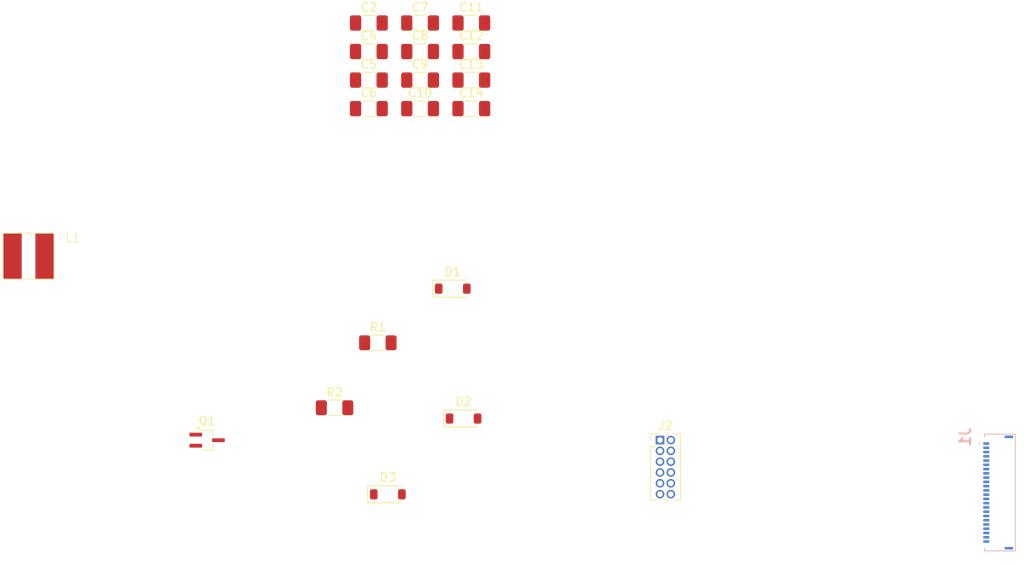
<source format=kicad_pcb>
(kicad_pcb (version 20240108) (generator "pcbnew") (generator_version "8.0")
  (layers (0 "F.Cu" signal) (31 "B.Cu" signal) (34 "B.Paste" user) (35 "F.Paste" user) (36 "B.SilkS" user "B.Silkscreen") (37 "F.SilkS" user "F.Silkscreen") (38 "B.Mask" user) (39 "F.Mask" user) (44 "Edge.Cuts" user))
  (net 0 "")
  (net 1 "/PREVGH")
  (net 2 "GND")
  (net 3 "Net-(J1-Pin_5)")
  (net 4 "Net-(J1-Pin_4)")
  (net 5 "+3.3V")
  (net 6 "Net-(J1-Pin_18)")
  (net 7 "Net-(J1-Pin_20)")
  (net 9 "Net-(J1-Pin_22)")
  (net 10 "/PREVGL")
  (net 11 "/VCOM")
  (net 12 "Net-(J1-Pin_19)")
  (net 13 "Net-(D1-A)")
  (net 14 "Net-(D2-A)")
  (net 15 "/D{slash}C")
  (net 16 "/RESE")
  (net 18 "/GDR")
  (net 19 "/RES")
  (net 20 "/SCLK")
  (net 21 "/CS")
  (net 22 "/SDI")
  (net 23 "/BUSY")
  (footprint "Capacitor_SMD:C_1206_3216Metric_Pad1.33x1.80mm_HandSolder" (layer "F.Cu") (at 91.375 57.61)
    (property "Reference" "C6" (at 0 -1.85 0) (layer "F.SilkS"))
    (property "Value" "1uF/50V")
    (fp_line (start -0.711252 -0.91) (end 0.711252 -0.91) (stroke (width 0.12)) (layer "F.SilkS"))
    (fp_line (start -0.711252 0.91) (end 0.711252 0.91) (stroke (width 0.12)) (layer "F.SilkS"))
    (pad "1" smd roundrect (at -1.5625 0) (size 1.325 1.8) (layers "F.Cu" "F.Paste" "F.Mask") (roundrect_rratio 0.188679) (net 2 "GND"))
    (pad "2" smd roundrect (at 1.5625 0) (size 1.325 1.8) (layers "F.Cu" "F.Paste" "F.Mask") (roundrect_rratio 0.188679) (net 5 "+3.3V"))
  )
  (footprint "Package_TO_SOT_SMD:SOT-323_SC-70_Handsoldering" (layer "F.Cu") (at 72.39 96.52)
    (property "Reference" "Q1" (at 0 -2.25 0) (layer "F.SilkS"))
    (property "Value" "Si1308EDL")
    (fp_line (start -0.675 -1.17) (end 0.735 -1.17) (stroke (width 0.12)) (layer "F.SilkS"))
    (fp_line (start -0.675 1.16) (end 0.735 1.16) (stroke (width 0.12)) (layer "F.SilkS"))
    (fp_line (start 0.735 -1.17) (end 0.735 -0.5) (stroke (width 0.12)) (layer "F.SilkS"))
    (fp_line (start 0.735 0.5) (end 0.735 1.16) (stroke (width 0.12)) (layer "F.SilkS"))
    (fp_poly (pts (xy -1.045 -1.15) (xy -1.285 -1.48) (xy -0.805 -1.48) (xy -1.045 -1.15)) (stroke (width 0.12)) (fill solid) (layer "F.SilkS"))
    (pad "1" smd roundrect (at -1.33 -0.65 270) (size 0.45 1.5) (layers "F.Cu" "F.Paste" "F.Mask") (net 13 "Net-(D1-A)"))
    (pad "2" smd roundrect (at -1.33 0.65 270) (size 0.45 1.5) (layers "F.Cu" "F.Paste" "F.Mask") (net 18 "/GDR"))
    (pad "3" smd roundrect (at 1.33 0 270) (size 0.45 1.5) (layers "F.Cu" "F.Paste" "F.Mask") (net 16 "/RESE"))
  )
  (footprint "Capacitor_SMD:C_1206_3216Metric_Pad1.33x1.80mm_HandSolder" (layer "F.Cu") (at 91.375 50.91)
    (property "Reference" "C4" (at 0 -1.85 0) (layer "F.SilkS"))
    (property "Value" "1uF/50V")
    (fp_line (start -0.711252 -0.91) (end 0.711252 -0.91) (stroke (width 0.12)) (layer "F.SilkS"))
    (fp_line (start -0.711252 0.91) (end 0.711252 0.91) (stroke (width 0.12)) (layer "F.SilkS"))
    (pad "1" smd roundrect (at -1.5625 0) (size 1.325 1.8) (layers "F.Cu" "F.Paste" "F.Mask") (roundrect_rratio 0.188679) (net 2 "GND"))
    (pad "2" smd roundrect (at 1.5625 0) (size 1.325 1.8) (layers "F.Cu" "F.Paste" "F.Mask") (roundrect_rratio 0.188679) (net 3 "Net-(J1-Pin_5)"))
  )
  (footprint "Capacitor_SMD:C_1206_3216Metric_Pad1.33x1.80mm_HandSolder" (layer "F.Cu") (at 103.395 54.26)
    (property "Reference" "C13" (at 0 -1.85 0) (layer "F.SilkS"))
    (property "Value" "4.7uF/50V")
    (fp_line (start -0.711252 -0.91) (end 0.711252 -0.91) (stroke (width 0.12)) (layer "F.SilkS"))
    (fp_line (start -0.711252 0.91) (end 0.711252 0.91) (stroke (width 0.12)) (layer "F.SilkS"))
    (pad "1" smd roundrect (at -1.5625 0) (size 1.325 1.8) (layers "F.Cu" "F.Paste" "F.Mask") (roundrect_rratio 0.188679) (net 5 "+3.3V"))
    (pad "2" smd roundrect (at 1.5625 0) (size 1.325 1.8) (layers "F.Cu" "F.Paste" "F.Mask") (roundrect_rratio 0.188679) (net 2 "GND"))
  )
  (footprint "Resistor_SMD:R_1206_3216Metric_Pad1.30x1.75mm_HandSolder" (layer "F.Cu") (at 92.43 85.09)
    (property "Reference" "R1" (at 0 -1.82 0) (layer "F.SilkS"))
    (property "Value" "10MOhm")
    (fp_line (start -0.727064 -0.91) (end 0.727064 -0.91) (stroke (width 0.12)) (layer "F.SilkS"))
    (fp_line (start -0.727064 0.91) (end 0.727064 0.91) (stroke (width 0.12)) (layer "F.SilkS"))
    (pad "1" smd roundrect (at -1.55 0) (size 1.3 1.75) (layers "F.Cu" "F.Paste" "F.Mask") (roundrect_rratio 0.192308) (net 18 "/GDR"))
    (pad "2" smd roundrect (at 1.55 0) (size 1.3 1.75) (layers "F.Cu" "F.Paste" "F.Mask") (roundrect_rratio 0.192308) (net 2 "GND"))
  )
  (footprint "Capacitor_SMD:C_1206_3216Metric_Pad1.33x1.80mm_HandSolder" (layer "F.Cu") (at 103.395 47.56)
    (property "Reference" "C11" (at 0 -1.85 0) (layer "F.SilkS"))
    (property "Value" "1uF/50V")
    (fp_line (start -0.711252 -0.91) (end 0.711252 -0.91) (stroke (width 0.12)) (layer "F.SilkS"))
    (fp_line (start -0.711252 0.91) (end 0.711252 0.91) (stroke (width 0.12)) (layer "F.SilkS"))
    (pad "1" smd roundrect (at -1.5625 0) (size 1.325 1.8) (layers "F.Cu" "F.Paste" "F.Mask") (roundrect_rratio 0.188679) (net 2 "GND"))
    (pad "2" smd roundrect (at 1.5625 0) (size 1.325 1.8) (layers "F.Cu" "F.Paste" "F.Mask") (roundrect_rratio 0.188679) (net 11 "/VCOM"))
  )
  (footprint "Connector_PinHeader_1.27mm:PinHeader_2x06_P1.27mm_Vertical" (layer "F.Cu") (at 125.54 96.5)
    (property "Reference" "J2" (at 0.635 -1.695 0) (layer "F.SilkS"))
    (property "Value" "Conn_01x12_Pin")
    (fp_line (start -1.13 -0.76) (end 0 -0.76) (stroke (width 0.12)) (layer "F.SilkS"))
    (fp_line (start -1.13 0) (end -1.13 -0.76) (stroke (width 0.12)) (layer "F.SilkS"))
    (fp_line (start -1.13 0.76) (end -1.13 7.045) (stroke (width 0.12)) (layer "F.SilkS"))
    (fp_line (start -1.13 0.76) (end -0.563471 0.76) (stroke (width 0.12)) (layer "F.SilkS"))
    (fp_line (start -1.13 7.045) (end -0.30753 7.045) (stroke (width 0.12)) (layer "F.SilkS"))
    (fp_line (start 0.30753 7.045) (end 0.96247 7.045) (stroke (width 0.12)) (layer "F.SilkS"))
    (fp_line (start 0.563471 0.76) (end 0.706529 0.76) (stroke (width 0.12)) (layer "F.SilkS"))
    (fp_line (start 0.76 -0.695) (end 0.96247 -0.695) (stroke (width 0.12)) (layer "F.SilkS"))
    (fp_line (start 0.76 -0.563471) (end 0.76 -0.695) (stroke (width 0.12)) (layer "F.SilkS"))
    (fp_line (start 0.76 0.706529) (end 0.76 0.563471) (stroke (width 0.12)) (layer "F.SilkS"))
    (fp_line (start 1.57753 -0.695) (end 2.4 -0.695) (stroke (width 0.12)) (layer "F.SilkS"))
    (fp_line (start 1.57753 7.045) (end 2.4 7.045) (stroke (width 0.12)) (layer "F.SilkS"))
    (fp_line (start 2.4 -0.695) (end 2.4 7.045) (stroke (width 0.12)) (layer "F.SilkS"))
    (pad "1" thru_hole rect (at 0 0) (size 1 1) (drill 0.65) (layers "*.Cu" "*.Mask") (net 21 "/CS"))
    (pad "2" thru_hole oval (at 1.27 0) (size 1 1) (drill 0.65) (layers "*.Cu" "*.Mask") (net 19 "/RES"))
    (pad "3" thru_hole oval (at 0 1.27) (size 1 1) (drill 0.65) (layers "*.Cu" "*.Mask") (net 20 "/SCLK"))
    (pad "4" thru_hole oval (at 1.27 1.27) (size 1 1) (drill 0.65) (layers "*.Cu" "*.Mask") (net 23 "/BUSY"))
    (pad "5" thru_hole oval (at 0 2.54) (size 1 1) (drill 0.65) (layers "*.Cu" "*.Mask") (net 15 "/D{slash}C"))
    (pad "6" thru_hole oval (at 1.27 2.54) (size 1 1) (drill 0.65) (layers "*.Cu" "*.Mask"))
    (pad "7" thru_hole oval (at 0 3.81) (size 1 1) (drill 0.65) (layers "*.Cu" "*.Mask") (net 22 "/SDI"))
    (pad "8" thru_hole oval (at 1.27 3.81) (size 1 1) (drill 0.65) (layers "*.Cu" "*.Mask"))
    (pad "9" thru_hole oval (at 0 5.08) (size 1 1) (drill 0.65) (layers "*.Cu" "*.Mask") (net 2 "GND"))
    (pad "10" thru_hole oval (at 1.27 5.08) (size 1 1) (drill 0.65) (layers "*.Cu" "*.Mask") (net 2 "GND"))
    (pad "11" thru_hole oval (at 0 6.35) (size 1 1) (drill 0.65) (layers "*.Cu" "*.Mask") (net 5 "+3.3V"))
    (pad "12" thru_hole oval (at 1.27 6.35) (size 1 1) (drill 0.65) (layers "*.Cu" "*.Mask"))
  )
  (footprint "Capacitor_SMD:C_1206_3216Metric_Pad1.33x1.80mm_HandSolder" (layer "F.Cu") (at 97.385 47.56)
    (property "Reference" "C7" (at 0 -1.85 0) (layer "F.SilkS"))
    (property "Value" "1uF/50V")
    (fp_line (start -0.711252 -0.91) (end 0.711252 -0.91) (stroke (width 0.12)) (layer "F.SilkS"))
    (fp_line (start -0.711252 0.91) (end 0.711252 0.91) (stroke (width 0.12)) (layer "F.SilkS"))
    (pad "1" smd roundrect (at -1.5625 0) (size 1.325 1.8) (layers "F.Cu" "F.Paste" "F.Mask") (roundrect_rratio 0.188679) (net 2 "GND"))
    (pad "2" smd roundrect (at 1.5625 0) (size 1.325 1.8) (layers "F.Cu" "F.Paste" "F.Mask") (roundrect_rratio 0.188679) (net 6 "Net-(J1-Pin_18)"))
  )
  (footprint "Diode_SMD:D_SOD-123" (layer "F.Cu") (at 102.49 93.98)
    (property "Reference" "D2" (at 0 -2 0) (layer "F.SilkS"))
    (property "Value" "MBR0530")
    (fp_line (start -2.36 -1) (end -2.36 1) (stroke (width 0.12)) (layer "F.SilkS"))
    (fp_line (start -2.36 -1) (end 1.65 -1) (stroke (width 0.12)) (layer "F.SilkS"))
    (fp_line (start -2.36 1) (end 1.65 1) (stroke (width 0.12)) (layer "F.SilkS"))
    (pad "1" smd roundrect (at -1.65 0) (size 0.9 1.2) (layers "F.Cu" "F.Paste" "F.Mask") (net 2 "GND"))
    (pad "2" smd roundrect (at 1.65 0) (size 0.9 1.2) (layers "F.Cu" "F.Paste" "F.Mask") (net 14 "Net-(D2-A)"))
  )
  (footprint "Resistor_SMD:R_1206_3216Metric_Pad1.30x1.75mm_HandSolder" (layer "F.Cu") (at 87.35 92.71)
    (property "Reference" "R2" (at 0 -1.82 0) (layer "F.SilkS"))
    (property "Value" "0.47 Ohm")
    (fp_line (start -0.727064 -0.91) (end 0.727064 -0.91) (stroke (width 0.12)) (layer "F.SilkS"))
    (fp_line (start -0.727064 0.91) (end 0.727064 0.91) (stroke (width 0.12)) (layer "F.SilkS"))
    (pad "1" smd roundrect (at -1.55 0) (size 1.3 1.75) (layers "F.Cu" "F.Paste" "F.Mask") (roundrect_rratio 0.192308) (net 16 "/RESE"))
    (pad "2" smd roundrect (at 1.55 0) (size 1.3 1.75) (layers "F.Cu" "F.Paste" "F.Mask") (roundrect_rratio 0.192308) (net 2 "GND"))
  )
  (footprint "Capacitor_SMD:C_1206_3216Metric_Pad1.33x1.80mm_HandSolder" (layer "F.Cu") (at 97.385 54.26)
    (property "Reference" "C9" (at 0 -1.85 0) (layer "F.SilkS"))
    (property "Value" "1uF/50V")
    (fp_line (start -0.711252 -0.91) (end 0.711252 -0.91) (stroke (width 0.12)) (layer "F.SilkS"))
    (fp_line (start -0.711252 0.91) (end 0.711252 0.91) (stroke (width 0.12)) (layer "F.SilkS"))
    (pad "1" smd roundrect (at -1.5625 0) (size 1.325 1.8) (layers "F.Cu" "F.Paste" "F.Mask") (roundrect_rratio 0.188679) (net 2 "GND"))
    (pad "2" smd roundrect (at 1.5625 0) (size 1.325 1.8) (layers "F.Cu" "F.Paste" "F.Mask") (roundrect_rratio 0.188679) (net 9 "Net-(J1-Pin_22)"))
  )
  (footprint "Capacitor_SMD:C_1206_3216Metric_Pad1.33x1.80mm_HandSolder" (layer "F.Cu") (at 103.395 57.61)
    (property "Reference" "C14" (at 0 -1.85 0) (layer "F.SilkS"))
    (property "Value" "4.7uF/50V")
    (fp_line (start -0.711252 -0.91) (end 0.711252 -0.91) (stroke (width 0.12)) (layer "F.SilkS"))
    (fp_line (start -0.711252 0.91) (end 0.711252 0.91) (stroke (width 0.12)) (layer "F.SilkS"))
    (pad "1" smd roundrect (at -1.5625 0) (size 1.325 1.8) (layers "F.Cu" "F.Paste" "F.Mask") (roundrect_rratio 0.188679) (net 14 "Net-(D2-A)"))
    (pad "2" smd roundrect (at 1.5625 0) (size 1.325 1.8) (layers "F.Cu" "F.Paste" "F.Mask") (roundrect_rratio 0.188679) (net 13 "Net-(D1-A)"))
  )
  (footprint "Capacitor_SMD:C_1206_3216Metric_Pad1.33x1.80mm_HandSolder" (layer "F.Cu") (at 91.375 54.26)
    (property "Reference" "C5" (at 0 -1.85 0) (layer "F.SilkS"))
    (property "Value" "1uF/50V")
    (fp_line (start -0.711252 -0.91) (end 0.711252 -0.91) (stroke (width 0.12)) (layer "F.SilkS"))
    (fp_line (start -0.711252 0.91) (end 0.711252 0.91) (stroke (width 0.12)) (layer "F.SilkS"))
    (pad "1" smd roundrect (at -1.5625 0) (size 1.325 1.8) (layers "F.Cu" "F.Paste" "F.Mask") (roundrect_rratio 0.188679) (net 2 "GND"))
    (pad "2" smd roundrect (at 1.5625 0) (size 1.325 1.8) (layers "F.Cu" "F.Paste" "F.Mask") (roundrect_rratio 0.188679) (net 4 "Net-(J1-Pin_4)"))
  )
  (footprint "Capacitor_SMD:C_1206_3216Metric_Pad1.33x1.80mm_HandSolder" (layer "F.Cu") (at 97.385 50.91)
    (property "Reference" "C8" (at 0 -1.85 0) (layer "F.SilkS"))
    (property "Value" "1uF/50V")
    (fp_line (start -0.711252 -0.91) (end 0.711252 -0.91) (stroke (width 0.12)) (layer "F.SilkS"))
    (fp_line (start -0.711252 0.91) (end 0.711252 0.91) (stroke (width 0.12)) (layer "F.SilkS"))
    (pad "1" smd roundrect (at -1.5625 0) (size 1.325 1.8) (layers "F.Cu" "F.Paste" "F.Mask") (roundrect_rratio 0.188679) (net 2 "GND"))
    (pad "2" smd roundrect (at 1.5625 0) (size 1.325 1.8) (layers "F.Cu" "F.Paste" "F.Mask") (roundrect_rratio 0.188679) (net 7 "Net-(J1-Pin_20)"))
  )
  (footprint "Diode_SMD:D_SOD-123" (layer "F.Cu") (at 101.22 78.74)
    (property "Reference" "D1" (at 0 -2 0) (layer "F.SilkS"))
    (property "Value" "MBR0530")
    (fp_line (start -2.36 -1) (end -2.36 1) (stroke (width 0.12)) (layer "F.SilkS"))
    (fp_line (start -2.36 -1) (end 1.65 -1) (stroke (width 0.12)) (layer "F.SilkS"))
    (fp_line (start -2.36 1) (end 1.65 1) (stroke (width 0.12)) (layer "F.SilkS"))
    (pad "1" smd roundrect (at -1.65 0) (size 0.9 1.2) (layers "F.Cu" "F.Paste" "F.Mask") (net 1 "/PREVGH"))
    (pad "2" smd roundrect (at 1.65 0) (size 0.9 1.2) (layers "F.Cu" "F.Paste" "F.Mask") (net 13 "Net-(D1-A)"))
  )
  (footprint "Inductor_SMD:IDCP2218-01" (layer "F.Cu") (at 51.54 74.93)
    (property "Reference" "L1" (at 5.12 -2.13 0) (layer "F.SilkS") (effects (font (thickness 0.1))))
    (property "Value" "10uH/1A")
    (fp_rect (start -3.1 -2.7) (end 2.9 2.7) (stroke (width 0.1)) (fill none) (layer "F.SilkS"))
    (pad "1" smd rect (at -2 0) (size 2.2 5.4) (layers "F.Cu" "F.Paste" "F.Mask") (net 5 "+3.3V"))
    (pad "2" smd rect (at 1.8 0) (size 2.2 5.4) (layers "F.Cu" "F.Paste" "F.Mask") (net 13 "Net-(D1-A)"))
  )
  (footprint "Capacitor_SMD:C_1206_3216Metric_Pad1.33x1.80mm_HandSolder" (layer "F.Cu") (at 103.395 50.91)
    (property "Reference" "C12" (at 0 -1.85 0) (layer "F.SilkS"))
    (property "Value" "1uF/50V")
    (fp_line (start -0.711252 -0.91) (end 0.711252 -0.91) (stroke (width 0.12)) (layer "F.SilkS"))
    (fp_line (start -0.711252 0.91) (end 0.711252 0.91) (stroke (width 0.12)) (layer "F.SilkS"))
    (pad "1" smd roundrect (at -1.5625 0) (size 1.325 1.8) (layers "F.Cu" "F.Paste" "F.Mask") (roundrect_rratio 0.188679) (net 2 "GND"))
    (pad "2" smd roundrect (at 1.5625 0) (size 1.325 1.8) (layers "F.Cu" "F.Paste" "F.Mask") (roundrect_rratio 0.188679) (net 12 "Net-(J1-Pin_19)"))
  )
  (footprint "Capacitor_SMD:C_1206_3216Metric_Pad1.33x1.80mm_HandSolder" (layer "F.Cu") (at 97.385 57.61)
    (property "Reference" "C10" (at 0 -1.85 0) (layer "F.SilkS"))
    (property "Value" "1uF/50V")
    (fp_line (start -0.711252 -0.91) (end 0.711252 -0.91) (stroke (width 0.12)) (layer "F.SilkS"))
    (fp_line (start -0.711252 0.91) (end 0.711252 0.91) (stroke (width 0.12)) (layer "F.SilkS"))
    (pad "1" smd roundrect (at -1.5625 0) (size 1.325 1.8) (layers "F.Cu" "F.Paste" "F.Mask") (roundrect_rratio 0.188679) (net 2 "GND"))
    (pad "2" smd roundrect (at 1.5625 0) (size 1.325 1.8) (layers "F.Cu" "F.Paste" "F.Mask") (roundrect_rratio 0.188679) (net 10 "/PREVGL"))
  )
  (footprint "Capacitor_SMD:C_1206_3216Metric_Pad1.33x1.80mm_HandSolder" (layer "F.Cu") (at 91.375 47.56)
    (property "Reference" "C2" (at 0 -1.85 0) (layer "F.SilkS"))
    (property "Value" "1uF/50V")
    (fp_line (start -0.711252 -0.91) (end 0.711252 -0.91) (stroke (width 0.12)) (layer "F.SilkS"))
    (fp_line (start -0.711252 0.91) (end 0.711252 0.91) (stroke (width 0.12)) (layer "F.SilkS"))
    (pad "1" smd roundrect (at -1.5625 0) (size 1.325 1.8) (layers "F.Cu" "F.Paste" "F.Mask") (roundrect_rratio 0.188679) (net 1 "/PREVGH"))
    (pad "2" smd roundrect (at 1.5625 0) (size 1.325 1.8) (layers "F.Cu" "F.Paste" "F.Mask") (roundrect_rratio 0.188679) (net 2 "GND"))
  )
  (footprint "Diode_SMD:D_SOD-123" (layer "F.Cu") (at 93.6 102.87)
    (property "Reference" "D3" (at 0 -2 0) (layer "F.SilkS"))
    (property "Value" "MBR0530")
    (fp_line (start -2.36 -1) (end -2.36 1) (stroke (width 0.12)) (layer "F.SilkS"))
    (fp_line (start -2.36 -1) (end 1.65 -1) (stroke (width 0.12)) (layer "F.SilkS"))
    (fp_line (start -2.36 1) (end 1.65 1) (stroke (width 0.12)) (layer "F.SilkS"))
    (pad "1" smd roundrect (at -1.65 0) (size 0.9 1.2) (layers "F.Cu" "F.Paste" "F.Mask") (net 14 "Net-(D2-A)"))
    (pad "2" smd roundrect (at 1.65 0) (size 0.9 1.2) (layers "F.Cu" "F.Paste" "F.Mask") (net 10 "/PREVGL"))
  )
  (footprint "custom:Molex_FPC_24_05MM" (layer "B.Cu") (at 165.355 102.66 -90)
    (property "Reference" "J1" (at -6.5 4 90) (layer "B.SilkS") (effects (font (size 1.27 1.27) (thickness 0.254)) (justify mirror)))
    (property "Value" "Conn_01x24_Pin" (hide yes))
    (fp_line (start -5.8 2.325) (end -5.8 2.325) (stroke (width 0.1)) (layer "B.SilkS"))
    (fp_line (start -5.7 2.325) (end -5.7 2.325) (stroke (width 0.1)) (layer "B.SilkS"))
    (fp_line (start -6.85 1.725) (end -6.5 1.725) (stroke (width 0.1)) (layer "B.SilkS"))
    (fp_line (start 6.5 1.725) (end 6.85 1.725) (stroke (width 0.1)) (layer "B.SilkS"))
    (fp_line (start 6.85 1.725) (end 6.85 -1.875) (stroke (width 0.1)) (layer "B.SilkS"))
    (fp_line (start -6.85 -1.875) (end -6.85 1.725) (stroke (width 0.1)) (layer "B.SilkS"))
    (fp_line (start 6.85 -1.875) (end -6.85 -1.875) (stroke (width 0.1)) (layer "B.SilkS"))
    (fp_arc (start -5.8 2.325) (mid -5.75 2.275) (end -5.7 2.325) (stroke (width 0.1)) (layer "B.SilkS"))
    (fp_arc (start -5.7 2.325) (mid -5.75 2.375) (end -5.8 2.325) (stroke (width 0.1)) (layer "B.SilkS"))
    (pad "1" smd rect (at -5.75 1.525 270) (size 0.3 0.7) (layers "B.Cu" "B.Paste" "B.Mask"))
    (pad "2" smd rect (at -5.25 1.525 270) (size 0.3 0.7) (layers "B.Cu" "B.Paste" "B.Mask") (net 18 "/GDR"))
    (pad "3" smd rect (at -4.75 1.525 270) (size 0.3 0.7) (layers "B.Cu" "B.Paste" "B.Mask") (net 16 "/RESE"))
    (pad "4" smd rect (at -4.25 1.525 270) (size 0.3 0.7) (layers "B.Cu" "B.Paste" "B.Mask") (net 4 "Net-(J1-Pin_4)"))
    (pad "5" smd rect (at -3.75 1.525 270) (size 0.3 0.7) (layers "B.Cu" "B.Paste" "B.Mask") (net 3 "Net-(J1-Pin_5)"))
    (pad "6" smd rect (at -3.25 1.525 270) (size 0.3 0.7) (layers "B.Cu" "B.Paste" "B.Mask"))
    (pad "7" smd rect (at -2.75 1.525 270) (size 0.3 0.7) (layers "B.Cu" "B.Paste" "B.Mask"))
    (pad "8" smd rect (at -2.25 1.525 270) (size 0.3 0.7) (layers "B.Cu" "B.Paste" "B.Mask") (net 2 "GND"))
    (pad "9" smd rect (at -1.75 1.525 270) (size 0.3 0.7) (layers "B.Cu" "B.Paste" "B.Mask") (net 23 "/BUSY"))
    (pad "10" smd rect (at -1.25 1.525 270) (size 0.3 0.7) (layers "B.Cu" "B.Paste" "B.Mask") (net 19 "/RES"))
    (pad "11" smd rect (at -0.75 1.525 270) (size 0.3 0.7) (layers "B.Cu" "B.Paste" "B.Mask") (net 15 "/D{slash}C"))
    (pad "12" smd rect (at -0.25 1.525 270) (size 0.3 0.7) (layers "B.Cu" "B.Paste" "B.Mask") (net 21 "/CS"))
    (pad "13" smd rect (at 0.25 1.525 270) (size 0.3 0.7) (layers "B.Cu" "B.Paste" "B.Mask") (net 20 "/SCLK"))
    (pad "14" smd rect (at 0.75 1.525 270) (size 0.3 0.7) (layers "B.Cu" "B.Paste" "B.Mask") (net 22 "/SDI"))
    (pad "15" smd rect (at 1.25 1.525 270) (size 0.3 0.7) (layers "B.Cu" "B.Paste" "B.Mask") (net 5 "+3.3V"))
    (pad "16" smd rect (at 1.75 1.525 270) (size 0.3 0.7) (layers "B.Cu" "B.Paste" "B.Mask") (net 5 "+3.3V"))
    (pad "17" smd rect (at 2.25 1.525 270) (size 0.3 0.7) (layers "B.Cu" "B.Paste" "B.Mask") (net 2 "GND"))
    (pad "18" smd rect (at 2.75 1.525 270) (size 0.3 0.7) (layers "B.Cu" "B.Paste" "B.Mask") (net 6 "Net-(J1-Pin_18)"))
    (pad "19" smd rect (at 3.25 1.525 270) (size 0.3 0.7) (layers "B.Cu" "B.Paste" "B.Mask"))
    (pad "20" smd rect (at 3.75 1.525 270) (size 0.3 0.7) (layers "B.Cu" "B.Paste" "B.Mask") (net 7 "Net-(J1-Pin_20)"))
    (pad "21" smd rect (at 4.25 1.525 270) (size 0.3 0.7) (layers "B.Cu" "B.Paste" "B.Mask") (net 1 "/PREVGH"))
    (pad "22" smd rect (at 4.75 1.525 270) (size 0.3 0.7) (layers "B.Cu" "B.Paste" "B.Mask") (net 9 "Net-(J1-Pin_22)"))
    (pad "23" smd rect (at 5.25 1.525 270) (size 0.3 0.7) (layers "B.Cu" "B.Paste" "B.Mask") (net 10 "/PREVGL"))
    (pad "24" smd rect (at 5.75 1.525 270) (size 0.3 0.7) (layers "B.Cu" "B.Paste" "B.Mask") (net 11 "/VCOM"))
    (pad "MP1" smd rect (at -6.54 -1.125 270) (size 0.3 1) (layers "B.Cu" "B.Paste" "B.Mask"))
    (pad "MP2" smd rect (at 6.54 -1.125 270) (size 0.3 1) (layers "B.Cu" "B.Paste" "B.Mask"))
  )
)
</source>
